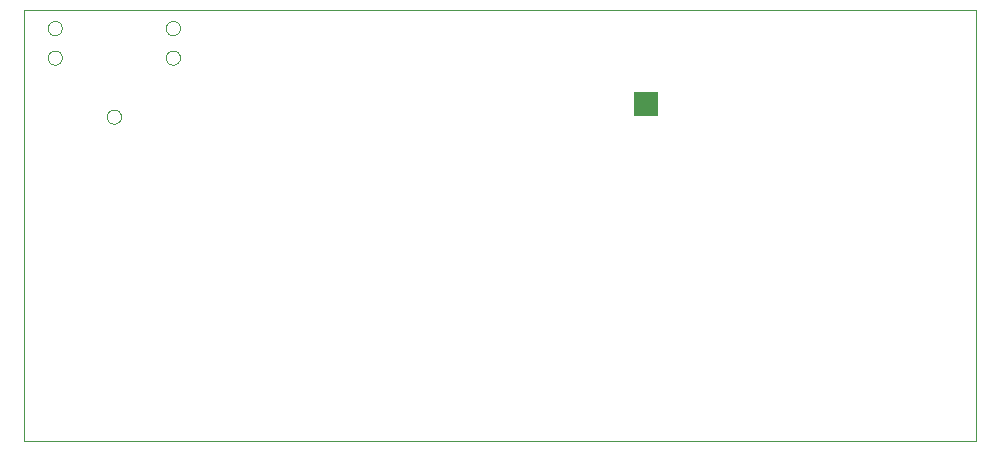
<source format=gbp>
G75*
G70*
%OFA0B0*%
%FSLAX24Y24*%
%IPPOS*%
%LPD*%
%AMOC8*
5,1,8,0,0,1.08239X$1,22.5*
%
%ADD10C,0.0000*%
%ADD11R,0.0800X0.0800*%
D10*
X002180Y003130D02*
X002180Y017500D01*
X033922Y017500D01*
X033922Y003130D01*
X002180Y003130D01*
X004944Y013949D02*
X004946Y013979D01*
X004952Y014009D01*
X004961Y014038D01*
X004974Y014065D01*
X004991Y014090D01*
X005010Y014113D01*
X005033Y014134D01*
X005058Y014151D01*
X005084Y014165D01*
X005113Y014175D01*
X005142Y014182D01*
X005172Y014185D01*
X005203Y014184D01*
X005233Y014179D01*
X005262Y014170D01*
X005289Y014158D01*
X005315Y014143D01*
X005339Y014124D01*
X005360Y014102D01*
X005378Y014078D01*
X005393Y014051D01*
X005404Y014023D01*
X005412Y013994D01*
X005416Y013964D01*
X005416Y013934D01*
X005412Y013904D01*
X005404Y013875D01*
X005393Y013847D01*
X005378Y013820D01*
X005360Y013796D01*
X005339Y013774D01*
X005315Y013755D01*
X005289Y013740D01*
X005262Y013728D01*
X005233Y013719D01*
X005203Y013714D01*
X005172Y013713D01*
X005142Y013716D01*
X005113Y013723D01*
X005084Y013733D01*
X005058Y013747D01*
X005033Y013764D01*
X005010Y013785D01*
X004991Y013808D01*
X004974Y013833D01*
X004961Y013860D01*
X004952Y013889D01*
X004946Y013919D01*
X004944Y013949D01*
X002975Y015917D02*
X002977Y015947D01*
X002983Y015977D01*
X002992Y016006D01*
X003005Y016033D01*
X003022Y016058D01*
X003041Y016081D01*
X003064Y016102D01*
X003089Y016119D01*
X003115Y016133D01*
X003144Y016143D01*
X003173Y016150D01*
X003203Y016153D01*
X003234Y016152D01*
X003264Y016147D01*
X003293Y016138D01*
X003320Y016126D01*
X003346Y016111D01*
X003370Y016092D01*
X003391Y016070D01*
X003409Y016046D01*
X003424Y016019D01*
X003435Y015991D01*
X003443Y015962D01*
X003447Y015932D01*
X003447Y015902D01*
X003443Y015872D01*
X003435Y015843D01*
X003424Y015815D01*
X003409Y015788D01*
X003391Y015764D01*
X003370Y015742D01*
X003346Y015723D01*
X003320Y015708D01*
X003293Y015696D01*
X003264Y015687D01*
X003234Y015682D01*
X003203Y015681D01*
X003173Y015684D01*
X003144Y015691D01*
X003115Y015701D01*
X003089Y015715D01*
X003064Y015732D01*
X003041Y015753D01*
X003022Y015776D01*
X003005Y015801D01*
X002992Y015828D01*
X002983Y015857D01*
X002977Y015887D01*
X002975Y015917D01*
X002975Y016902D02*
X002977Y016932D01*
X002983Y016962D01*
X002992Y016991D01*
X003005Y017018D01*
X003022Y017043D01*
X003041Y017066D01*
X003064Y017087D01*
X003089Y017104D01*
X003115Y017118D01*
X003144Y017128D01*
X003173Y017135D01*
X003203Y017138D01*
X003234Y017137D01*
X003264Y017132D01*
X003293Y017123D01*
X003320Y017111D01*
X003346Y017096D01*
X003370Y017077D01*
X003391Y017055D01*
X003409Y017031D01*
X003424Y017004D01*
X003435Y016976D01*
X003443Y016947D01*
X003447Y016917D01*
X003447Y016887D01*
X003443Y016857D01*
X003435Y016828D01*
X003424Y016800D01*
X003409Y016773D01*
X003391Y016749D01*
X003370Y016727D01*
X003346Y016708D01*
X003320Y016693D01*
X003293Y016681D01*
X003264Y016672D01*
X003234Y016667D01*
X003203Y016666D01*
X003173Y016669D01*
X003144Y016676D01*
X003115Y016686D01*
X003089Y016700D01*
X003064Y016717D01*
X003041Y016738D01*
X003022Y016761D01*
X003005Y016786D01*
X002992Y016813D01*
X002983Y016842D01*
X002977Y016872D01*
X002975Y016902D01*
X006913Y016902D02*
X006915Y016932D01*
X006921Y016962D01*
X006930Y016991D01*
X006943Y017018D01*
X006960Y017043D01*
X006979Y017066D01*
X007002Y017087D01*
X007027Y017104D01*
X007053Y017118D01*
X007082Y017128D01*
X007111Y017135D01*
X007141Y017138D01*
X007172Y017137D01*
X007202Y017132D01*
X007231Y017123D01*
X007258Y017111D01*
X007284Y017096D01*
X007308Y017077D01*
X007329Y017055D01*
X007347Y017031D01*
X007362Y017004D01*
X007373Y016976D01*
X007381Y016947D01*
X007385Y016917D01*
X007385Y016887D01*
X007381Y016857D01*
X007373Y016828D01*
X007362Y016800D01*
X007347Y016773D01*
X007329Y016749D01*
X007308Y016727D01*
X007284Y016708D01*
X007258Y016693D01*
X007231Y016681D01*
X007202Y016672D01*
X007172Y016667D01*
X007141Y016666D01*
X007111Y016669D01*
X007082Y016676D01*
X007053Y016686D01*
X007027Y016700D01*
X007002Y016717D01*
X006979Y016738D01*
X006960Y016761D01*
X006943Y016786D01*
X006930Y016813D01*
X006921Y016842D01*
X006915Y016872D01*
X006913Y016902D01*
X006913Y015917D02*
X006915Y015947D01*
X006921Y015977D01*
X006930Y016006D01*
X006943Y016033D01*
X006960Y016058D01*
X006979Y016081D01*
X007002Y016102D01*
X007027Y016119D01*
X007053Y016133D01*
X007082Y016143D01*
X007111Y016150D01*
X007141Y016153D01*
X007172Y016152D01*
X007202Y016147D01*
X007231Y016138D01*
X007258Y016126D01*
X007284Y016111D01*
X007308Y016092D01*
X007329Y016070D01*
X007347Y016046D01*
X007362Y016019D01*
X007373Y015991D01*
X007381Y015962D01*
X007385Y015932D01*
X007385Y015902D01*
X007381Y015872D01*
X007373Y015843D01*
X007362Y015815D01*
X007347Y015788D01*
X007329Y015764D01*
X007308Y015742D01*
X007284Y015723D01*
X007258Y015708D01*
X007231Y015696D01*
X007202Y015687D01*
X007172Y015682D01*
X007141Y015681D01*
X007111Y015684D01*
X007082Y015691D01*
X007053Y015701D01*
X007027Y015715D01*
X007002Y015732D01*
X006979Y015753D01*
X006960Y015776D01*
X006943Y015801D01*
X006930Y015828D01*
X006921Y015857D01*
X006915Y015887D01*
X006913Y015917D01*
D11*
X022930Y014380D03*
M02*

</source>
